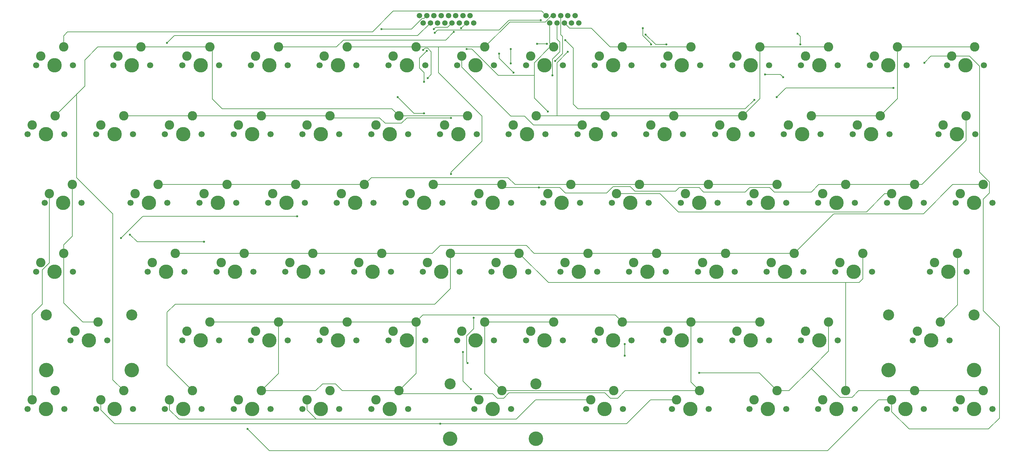
<source format=gbr>
G04 #@! TF.FileFunction,Copper,L1,Top,Signal*
%FSLAX46Y46*%
G04 Gerber Fmt 4.6, Leading zero omitted, Abs format (unit mm)*
G04 Created by KiCad (PCBNEW 4.0.6) date 08/19/17 18:46:32*
%MOMM*%
%LPD*%
G01*
G04 APERTURE LIST*
%ADD10C,0.100000*%
%ADD11C,1.500000*%
%ADD12C,1.524000*%
%ADD13C,3.980180*%
%ADD14C,2.600000*%
%ADD15C,1.699260*%
%ADD16C,3.050000*%
%ADD17C,4.000000*%
%ADD18C,0.600000*%
%ADD19C,0.140000*%
G04 APERTURE END LIST*
D10*
D11*
X189500000Y-74500000D03*
X190500000Y-76500000D03*
X191500000Y-74500000D03*
X192500000Y-76500000D03*
X193500000Y-74500000D03*
X194500000Y-76500000D03*
X195500000Y-74500000D03*
X196500000Y-76500000D03*
X197500000Y-74500000D03*
X198500000Y-76500000D03*
X199500000Y-74500000D03*
X200500000Y-76500000D03*
X201500000Y-74500000D03*
X202500000Y-76500000D03*
X203500000Y-74500000D03*
X204500000Y-76500000D03*
D12*
X224500000Y-74500000D03*
D11*
X225500000Y-76500000D03*
X226500000Y-74500000D03*
X227500000Y-76500000D03*
X228500000Y-74500000D03*
X229500000Y-76500000D03*
X230500000Y-74500000D03*
X231500000Y-76500000D03*
X232500000Y-74500000D03*
X233500000Y-76500000D03*
D13*
X88625000Y-88250000D03*
D14*
X91165000Y-83170000D03*
X84815000Y-85710000D03*
D15*
X83545000Y-88250000D03*
X93705000Y-88250000D03*
D13*
X86250000Y-107250000D03*
D14*
X88790000Y-102170000D03*
X82440000Y-104710000D03*
D15*
X81170000Y-107250000D03*
X91330000Y-107250000D03*
D13*
X91000000Y-126250000D03*
D14*
X93540000Y-121170000D03*
X87190000Y-123710000D03*
D15*
X85920000Y-126250000D03*
X96080000Y-126250000D03*
D13*
X88625000Y-145250000D03*
D14*
X91165000Y-140170000D03*
X84815000Y-142710000D03*
D15*
X83545000Y-145250000D03*
X93705000Y-145250000D03*
D13*
X98125000Y-164250000D03*
D14*
X100665000Y-159170000D03*
X94315000Y-161710000D03*
D15*
X93045000Y-164250000D03*
X103205000Y-164250000D03*
D13*
X86250000Y-183250000D03*
D14*
X88790000Y-178170000D03*
X82440000Y-180710000D03*
D15*
X81170000Y-183250000D03*
X91330000Y-183250000D03*
D13*
X110000000Y-88250000D03*
D14*
X112540000Y-83170000D03*
X106190000Y-85710000D03*
D15*
X104920000Y-88250000D03*
X115080000Y-88250000D03*
D13*
X105250000Y-107250000D03*
D14*
X107790000Y-102170000D03*
X101440000Y-104710000D03*
D15*
X100170000Y-107250000D03*
X110330000Y-107250000D03*
D13*
X114750000Y-126250000D03*
D14*
X117290000Y-121170000D03*
X110940000Y-123710000D03*
D15*
X109670000Y-126250000D03*
X119830000Y-126250000D03*
D13*
X119500000Y-145250000D03*
D14*
X122040000Y-140170000D03*
X115690000Y-142710000D03*
D15*
X114420000Y-145250000D03*
X124580000Y-145250000D03*
D13*
X129000000Y-164250000D03*
D14*
X131540000Y-159170000D03*
X125190000Y-161710000D03*
D15*
X123920000Y-164250000D03*
X134080000Y-164250000D03*
D13*
X105250000Y-183250000D03*
D14*
X107790000Y-178170000D03*
X101440000Y-180710000D03*
D15*
X100170000Y-183250000D03*
X110330000Y-183250000D03*
D13*
X129000000Y-88250000D03*
D14*
X131540000Y-83170000D03*
X125190000Y-85710000D03*
D15*
X123920000Y-88250000D03*
X134080000Y-88250000D03*
D13*
X124250000Y-107250000D03*
D14*
X126790000Y-102170000D03*
X120440000Y-104710000D03*
D15*
X119170000Y-107250000D03*
X129330000Y-107250000D03*
D13*
X133750000Y-126250000D03*
D14*
X136290000Y-121170000D03*
X129940000Y-123710000D03*
D15*
X128670000Y-126250000D03*
X138830000Y-126250000D03*
D13*
X138500000Y-145250000D03*
D14*
X141040000Y-140170000D03*
X134690000Y-142710000D03*
D15*
X133420000Y-145250000D03*
X143580000Y-145250000D03*
D13*
X148000000Y-164250000D03*
D14*
X150540000Y-159170000D03*
X144190000Y-161710000D03*
D15*
X142920000Y-164250000D03*
X153080000Y-164250000D03*
D13*
X124250000Y-183250000D03*
D14*
X126790000Y-178170000D03*
X120440000Y-180710000D03*
D15*
X119170000Y-183250000D03*
X129330000Y-183250000D03*
D13*
X148000000Y-88250000D03*
D14*
X150540000Y-83170000D03*
X144190000Y-85710000D03*
D15*
X142920000Y-88250000D03*
X153080000Y-88250000D03*
D13*
X143250000Y-107250000D03*
D14*
X145790000Y-102170000D03*
X139440000Y-104710000D03*
D15*
X138170000Y-107250000D03*
X148330000Y-107250000D03*
D13*
X152750000Y-126250000D03*
D14*
X155290000Y-121170000D03*
X148940000Y-123710000D03*
D15*
X147670000Y-126250000D03*
X157830000Y-126250000D03*
D13*
X157500000Y-145250000D03*
D14*
X160040000Y-140170000D03*
X153690000Y-142710000D03*
D15*
X152420000Y-145250000D03*
X162580000Y-145250000D03*
D13*
X167000000Y-164250000D03*
D14*
X169540000Y-159170000D03*
X163190000Y-161710000D03*
D15*
X161920000Y-164250000D03*
X172080000Y-164250000D03*
D13*
X143250000Y-183250000D03*
D14*
X145790000Y-178170000D03*
X139440000Y-180710000D03*
D15*
X138170000Y-183250000D03*
X148330000Y-183250000D03*
D13*
X167000000Y-88250000D03*
D14*
X169540000Y-83170000D03*
X163190000Y-85710000D03*
D15*
X161920000Y-88250000D03*
X172080000Y-88250000D03*
D13*
X162250000Y-107250000D03*
D14*
X164790000Y-102170000D03*
X158440000Y-104710000D03*
D15*
X157170000Y-107250000D03*
X167330000Y-107250000D03*
D13*
X171750000Y-126250000D03*
D14*
X174290000Y-121170000D03*
X167940000Y-123710000D03*
D15*
X166670000Y-126250000D03*
X176830000Y-126250000D03*
D13*
X176500000Y-145250000D03*
D14*
X179040000Y-140170000D03*
X172690000Y-142710000D03*
D15*
X171420000Y-145250000D03*
X181580000Y-145250000D03*
D13*
X186000000Y-164250000D03*
D14*
X188540000Y-159170000D03*
X182190000Y-161710000D03*
D15*
X180920000Y-164250000D03*
X191080000Y-164250000D03*
D13*
X162250000Y-183250000D03*
D14*
X164790000Y-178170000D03*
X158440000Y-180710000D03*
D15*
X157170000Y-183250000D03*
X167330000Y-183250000D03*
D13*
X186000000Y-88250000D03*
D14*
X188540000Y-83170000D03*
X182190000Y-85710000D03*
D15*
X180920000Y-88250000D03*
X191080000Y-88250000D03*
D13*
X181250000Y-107250000D03*
D14*
X183790000Y-102170000D03*
X177440000Y-104710000D03*
D15*
X176170000Y-107250000D03*
X186330000Y-107250000D03*
D13*
X190750000Y-126250000D03*
D14*
X193290000Y-121170000D03*
X186940000Y-123710000D03*
D15*
X185670000Y-126250000D03*
X195830000Y-126250000D03*
D13*
X195500000Y-145250000D03*
D14*
X198040000Y-140170000D03*
X191690000Y-142710000D03*
D15*
X190420000Y-145250000D03*
X200580000Y-145250000D03*
D13*
X205000000Y-164250000D03*
D14*
X207540000Y-159170000D03*
X201190000Y-161710000D03*
D15*
X199920000Y-164250000D03*
X210080000Y-164250000D03*
D13*
X181250000Y-183250000D03*
D14*
X183790000Y-178170000D03*
X177440000Y-180710000D03*
D15*
X176170000Y-183250000D03*
X186330000Y-183250000D03*
D13*
X205000000Y-88250000D03*
D14*
X207540000Y-83170000D03*
X201190000Y-85710000D03*
D15*
X199920000Y-88250000D03*
X210080000Y-88250000D03*
D13*
X200250000Y-107250000D03*
D14*
X202790000Y-102170000D03*
X196440000Y-104710000D03*
D15*
X195170000Y-107250000D03*
X205330000Y-107250000D03*
D13*
X209750000Y-126250000D03*
D14*
X212290000Y-121170000D03*
X205940000Y-123710000D03*
D15*
X204670000Y-126250000D03*
X214830000Y-126250000D03*
D13*
X214500000Y-145250000D03*
D14*
X217040000Y-140170000D03*
X210690000Y-142710000D03*
D15*
X209420000Y-145250000D03*
X219580000Y-145250000D03*
D13*
X224000000Y-164250000D03*
D14*
X226540000Y-159170000D03*
X220190000Y-161710000D03*
D15*
X218920000Y-164250000D03*
X229080000Y-164250000D03*
D13*
X209750000Y-183250000D03*
D14*
X212290000Y-178170000D03*
X205940000Y-180710000D03*
D15*
X204670000Y-183250000D03*
X214830000Y-183250000D03*
D13*
X224000000Y-88250000D03*
D14*
X226540000Y-83170000D03*
X220190000Y-85710000D03*
D15*
X218920000Y-88250000D03*
X229080000Y-88250000D03*
D13*
X219250000Y-107250000D03*
D14*
X221790000Y-102170000D03*
X215440000Y-104710000D03*
D15*
X214170000Y-107250000D03*
X224330000Y-107250000D03*
D13*
X228750000Y-126250000D03*
D14*
X231290000Y-121170000D03*
X224940000Y-123710000D03*
D15*
X223670000Y-126250000D03*
X233830000Y-126250000D03*
D13*
X233500000Y-145250000D03*
D14*
X236040000Y-140170000D03*
X229690000Y-142710000D03*
D15*
X228420000Y-145250000D03*
X238580000Y-145250000D03*
D13*
X243000000Y-164250000D03*
D14*
X245540000Y-159170000D03*
X239190000Y-161710000D03*
D15*
X237920000Y-164250000D03*
X248080000Y-164250000D03*
D13*
X240625000Y-183250000D03*
D14*
X243165000Y-178170000D03*
X236815000Y-180710000D03*
D15*
X235545000Y-183250000D03*
X245705000Y-183250000D03*
D13*
X243000000Y-88250000D03*
D14*
X245540000Y-83170000D03*
X239190000Y-85710000D03*
D15*
X237920000Y-88250000D03*
X248080000Y-88250000D03*
D13*
X238250000Y-107250000D03*
D14*
X240790000Y-102170000D03*
X234440000Y-104710000D03*
D15*
X233170000Y-107250000D03*
X243330000Y-107250000D03*
D13*
X247750000Y-126250000D03*
D14*
X250290000Y-121170000D03*
X243940000Y-123710000D03*
D15*
X242670000Y-126250000D03*
X252830000Y-126250000D03*
D13*
X252500000Y-145250000D03*
D14*
X255040000Y-140170000D03*
X248690000Y-142710000D03*
D15*
X247420000Y-145250000D03*
X257580000Y-145250000D03*
D13*
X262000000Y-164250000D03*
D14*
X264540000Y-159170000D03*
X258190000Y-161710000D03*
D15*
X256920000Y-164250000D03*
X267080000Y-164250000D03*
D13*
X264375000Y-183250000D03*
D14*
X266915000Y-178170000D03*
X260565000Y-180710000D03*
D15*
X259295000Y-183250000D03*
X269455000Y-183250000D03*
D13*
X262000000Y-88250000D03*
D14*
X264540000Y-83170000D03*
X258190000Y-85710000D03*
D15*
X256920000Y-88250000D03*
X267080000Y-88250000D03*
D13*
X257250000Y-107250000D03*
D14*
X259790000Y-102170000D03*
X253440000Y-104710000D03*
D15*
X252170000Y-107250000D03*
X262330000Y-107250000D03*
D13*
X266750000Y-126250000D03*
D14*
X269290000Y-121170000D03*
X262940000Y-123710000D03*
D15*
X261670000Y-126250000D03*
X271830000Y-126250000D03*
D13*
X271500000Y-145250000D03*
D14*
X274040000Y-140170000D03*
X267690000Y-142710000D03*
D15*
X266420000Y-145250000D03*
X276580000Y-145250000D03*
D13*
X281000000Y-164250000D03*
D14*
X283540000Y-159170000D03*
X277190000Y-161710000D03*
D15*
X275920000Y-164250000D03*
X286080000Y-164250000D03*
D13*
X285750000Y-183250000D03*
D14*
X288290000Y-178170000D03*
X281940000Y-180710000D03*
D15*
X280670000Y-183250000D03*
X290830000Y-183250000D03*
D13*
X281000000Y-88250000D03*
D14*
X283540000Y-83170000D03*
X277190000Y-85710000D03*
D15*
X275920000Y-88250000D03*
X286080000Y-88250000D03*
D13*
X276250000Y-107250000D03*
D14*
X278790000Y-102170000D03*
X272440000Y-104710000D03*
D15*
X271170000Y-107250000D03*
X281330000Y-107250000D03*
D13*
X285750000Y-126250000D03*
D14*
X288290000Y-121170000D03*
X281940000Y-123710000D03*
D15*
X280670000Y-126250000D03*
X290830000Y-126250000D03*
D13*
X290500000Y-145250000D03*
D14*
X293040000Y-140170000D03*
X286690000Y-142710000D03*
D15*
X285420000Y-145250000D03*
X295580000Y-145250000D03*
D13*
X300000000Y-164250000D03*
D14*
X302540000Y-159170000D03*
X296190000Y-161710000D03*
D15*
X294920000Y-164250000D03*
X305080000Y-164250000D03*
D13*
X323750000Y-183250000D03*
D14*
X326290000Y-178170000D03*
X319940000Y-180710000D03*
D15*
X318670000Y-183250000D03*
X328830000Y-183250000D03*
D13*
X300000000Y-88250000D03*
D14*
X302540000Y-83170000D03*
X296190000Y-85710000D03*
D15*
X294920000Y-88250000D03*
X305080000Y-88250000D03*
D13*
X295250000Y-107250000D03*
D14*
X297790000Y-102170000D03*
X291440000Y-104710000D03*
D15*
X290170000Y-107250000D03*
X300330000Y-107250000D03*
D13*
X304750000Y-126250000D03*
D14*
X307290000Y-121170000D03*
X300940000Y-123710000D03*
D15*
X299670000Y-126250000D03*
X309830000Y-126250000D03*
D13*
X309500000Y-145250000D03*
D14*
X312040000Y-140170000D03*
X305690000Y-142710000D03*
D15*
X304420000Y-145250000D03*
X314580000Y-145250000D03*
D13*
X330875000Y-164250000D03*
D14*
X333415000Y-159170000D03*
X327065000Y-161710000D03*
D15*
X325795000Y-164250000D03*
X335955000Y-164250000D03*
D13*
X304750000Y-183250000D03*
D14*
X307290000Y-178170000D03*
X300940000Y-180710000D03*
D15*
X299670000Y-183250000D03*
X309830000Y-183250000D03*
D13*
X319000000Y-88250000D03*
D14*
X321540000Y-83170000D03*
X315190000Y-85710000D03*
D15*
X313920000Y-88250000D03*
X324080000Y-88250000D03*
D13*
X314250000Y-107250000D03*
D14*
X316790000Y-102170000D03*
X310440000Y-104710000D03*
D15*
X309170000Y-107250000D03*
X319330000Y-107250000D03*
D13*
X323750000Y-126250000D03*
D14*
X326290000Y-121170000D03*
X319940000Y-123710000D03*
D15*
X318670000Y-126250000D03*
X328830000Y-126250000D03*
D13*
X335625000Y-145250000D03*
D14*
X338165000Y-140170000D03*
X331815000Y-142710000D03*
D15*
X330545000Y-145250000D03*
X340705000Y-145250000D03*
D13*
X342750000Y-183250000D03*
D14*
X345290000Y-178170000D03*
X338940000Y-180710000D03*
D15*
X337670000Y-183250000D03*
X347830000Y-183250000D03*
D13*
X340375000Y-88250000D03*
D14*
X342915000Y-83170000D03*
X336565000Y-85710000D03*
D15*
X335295000Y-88250000D03*
X345455000Y-88250000D03*
D13*
X338000000Y-107250000D03*
D14*
X340540000Y-102170000D03*
X334190000Y-104710000D03*
D15*
X332920000Y-107250000D03*
X343080000Y-107250000D03*
D13*
X342750000Y-126250000D03*
D14*
X345290000Y-121170000D03*
X338940000Y-123710000D03*
D15*
X337670000Y-126250000D03*
X347830000Y-126250000D03*
D16*
X86325000Y-157250000D03*
X110025000Y-157250000D03*
D17*
X110025000Y-172450000D03*
X86325000Y-172450000D03*
D16*
X319075000Y-157250000D03*
X342775000Y-157250000D03*
D17*
X342775000Y-172450000D03*
X319075000Y-172450000D03*
D16*
X197950000Y-176250000D03*
X221650000Y-176250000D03*
D17*
X221650000Y-191450000D03*
X197950000Y-191450000D03*
D18*
X285000000Y-90750000D03*
X290000000Y-91500000D03*
X203750000Y-177750000D03*
X201500000Y-167500000D03*
X190750000Y-101500000D03*
X183500000Y-97000000D03*
X257750000Y-82500000D03*
X252000000Y-79750000D03*
X223000000Y-75750000D03*
X193750000Y-79250000D03*
X179000000Y-78250000D03*
X119750000Y-82000000D03*
X130000000Y-137000000D03*
X109500000Y-135000000D03*
X191500000Y-84250000D03*
X190750000Y-92750000D03*
X107000000Y-136000000D03*
X155750000Y-130000000D03*
X195250000Y-187250000D03*
X193500000Y-78250000D03*
X190500000Y-84000000D03*
X191750000Y-91750000D03*
X204500000Y-158000000D03*
X202750000Y-170500000D03*
X294750000Y-82500000D03*
X294000000Y-79500000D03*
X246250000Y-168500000D03*
X246250000Y-165250000D03*
X215500000Y-90250000D03*
X211500000Y-85000000D03*
X201000000Y-78000000D03*
X253500000Y-82500000D03*
X251250000Y-78000000D03*
X142000000Y-188750000D03*
X329000000Y-87500000D03*
X320500000Y-94500000D03*
X288250000Y-97000000D03*
X282000000Y-97750000D03*
X229750000Y-81250000D03*
X224750000Y-82250000D03*
X222000000Y-82250000D03*
X202500000Y-83750000D03*
X199000000Y-79000000D03*
X222500000Y-122000000D03*
X225000000Y-101000000D03*
X198250000Y-118250000D03*
X226250000Y-91000000D03*
X227000000Y-87000000D03*
X214750000Y-87750000D03*
X214750000Y-83750000D03*
X198250000Y-102750000D03*
X230500000Y-84500000D03*
X266750000Y-173250000D03*
D19*
X289250000Y-90750000D02*
X285000000Y-90750000D01*
X290000000Y-91500000D02*
X289250000Y-90750000D01*
X201500000Y-175500000D02*
X203750000Y-177750000D01*
X201500000Y-167500000D02*
X201500000Y-175500000D01*
X188000000Y-101500000D02*
X190750000Y-101500000D01*
X183500000Y-97000000D02*
X188000000Y-101500000D01*
X254750000Y-82500000D02*
X257750000Y-82500000D01*
X252000000Y-79750000D02*
X254750000Y-82500000D01*
X214250000Y-75750000D02*
X223000000Y-75750000D01*
X211500000Y-78500000D02*
X214250000Y-75750000D01*
X194500000Y-78500000D02*
X211500000Y-78500000D01*
X193750000Y-79250000D02*
X194500000Y-78500000D01*
X191500000Y-74500000D02*
X190750000Y-75250000D01*
X187250000Y-78250000D02*
X179000000Y-78250000D01*
X190250000Y-75250000D02*
X187250000Y-78250000D01*
X190750000Y-75250000D02*
X190250000Y-75250000D01*
X192500000Y-76500000D02*
X189000000Y-80000000D01*
X121750000Y-80000000D02*
X119750000Y-82000000D01*
X189000000Y-80000000D02*
X121750000Y-80000000D01*
X111500000Y-137000000D02*
X130000000Y-137000000D01*
X109500000Y-135000000D02*
X111500000Y-137000000D01*
X87190000Y-123710000D02*
X87190000Y-142810000D01*
X82440000Y-157060000D02*
X82440000Y-180710000D01*
X85250000Y-154250000D02*
X82440000Y-157060000D01*
X85250000Y-144750000D02*
X85250000Y-154250000D01*
X87190000Y-142810000D02*
X85250000Y-144750000D01*
X189500000Y-86250000D02*
X191500000Y-84250000D01*
X189500000Y-89000000D02*
X189500000Y-86250000D01*
X190750000Y-90250000D02*
X189500000Y-89000000D01*
X190750000Y-92750000D02*
X190750000Y-90250000D01*
X113000000Y-130000000D02*
X107000000Y-136000000D01*
X155750000Y-130000000D02*
X113000000Y-130000000D01*
X243940000Y-123710000D02*
X255960000Y-123710000D01*
X318040000Y-123710000D02*
X319940000Y-123710000D01*
X313000000Y-128750000D02*
X318040000Y-123710000D01*
X261000000Y-128750000D02*
X313000000Y-128750000D01*
X255960000Y-123710000D02*
X261000000Y-128750000D01*
X201190000Y-85710000D02*
X201190000Y-88690000D01*
X220960000Y-104710000D02*
X234440000Y-104710000D01*
X218500000Y-102250000D02*
X220960000Y-104710000D01*
X214750000Y-102250000D02*
X218500000Y-102250000D01*
X201190000Y-88690000D02*
X214750000Y-102250000D01*
X198500000Y-76500000D02*
X197250000Y-77750000D01*
X194000000Y-77750000D02*
X197250000Y-77750000D01*
X193500000Y-78250000D02*
X194000000Y-77750000D01*
X191000000Y-83500000D02*
X190500000Y-84000000D01*
X191750000Y-83500000D02*
X191000000Y-83500000D01*
X192750000Y-84500000D02*
X191750000Y-83500000D01*
X192750000Y-90750000D02*
X192750000Y-84500000D01*
X191750000Y-91750000D02*
X192750000Y-90750000D01*
X204500000Y-161000000D02*
X204500000Y-158000000D01*
X202500000Y-163000000D02*
X204500000Y-161000000D01*
X202500000Y-170250000D02*
X202500000Y-163000000D01*
X202750000Y-170500000D02*
X202500000Y-170250000D01*
X260565000Y-180710000D02*
X253290000Y-180710000D01*
X101440000Y-183440000D02*
X101440000Y-180710000D01*
X105250000Y-187250000D02*
X101440000Y-183440000D01*
X246750000Y-187250000D02*
X195250000Y-187250000D01*
X195250000Y-187250000D02*
X105250000Y-187250000D01*
X253290000Y-180710000D02*
X246750000Y-187250000D01*
X294750000Y-80250000D02*
X294750000Y-82500000D01*
X294000000Y-79500000D02*
X294750000Y-80250000D01*
X161000000Y-186000000D02*
X123000000Y-186000000D01*
X120440000Y-183440000D02*
X120440000Y-180710000D01*
X123000000Y-186000000D02*
X120440000Y-183440000D01*
X236815000Y-180710000D02*
X221540000Y-180710000D01*
X221540000Y-180710000D02*
X216250000Y-186000000D01*
X216250000Y-186000000D02*
X161000000Y-186000000D01*
X158440000Y-183440000D02*
X158440000Y-180710000D01*
X161000000Y-186000000D02*
X158440000Y-183440000D01*
X202500000Y-76500000D02*
X201000000Y-78000000D01*
X246250000Y-165250000D02*
X246250000Y-168500000D01*
X211500000Y-86250000D02*
X215500000Y-90250000D01*
X211500000Y-85000000D02*
X211500000Y-86250000D01*
X253500000Y-82250000D02*
X253500000Y-82500000D01*
X251250000Y-80000000D02*
X253500000Y-82250000D01*
X251250000Y-78000000D02*
X251250000Y-80000000D01*
X319940000Y-180710000D02*
X316290000Y-180710000D01*
X148000000Y-194750000D02*
X142000000Y-188750000D01*
X302250000Y-194750000D02*
X148000000Y-194750000D01*
X316290000Y-180710000D02*
X302250000Y-194750000D01*
X330790000Y-85710000D02*
X336565000Y-85710000D01*
X329000000Y-87500000D02*
X330790000Y-85710000D01*
X290750000Y-94500000D02*
X320500000Y-94500000D01*
X288250000Y-97000000D02*
X290750000Y-94500000D01*
X279500000Y-100250000D02*
X282000000Y-97750000D01*
X233250000Y-100250000D02*
X279500000Y-100250000D01*
X232000000Y-99000000D02*
X233250000Y-100250000D01*
X232000000Y-83500000D02*
X232000000Y-99000000D01*
X229750000Y-81250000D02*
X232000000Y-83500000D01*
X222000000Y-82250000D02*
X224750000Y-82250000D01*
X336565000Y-85710000D02*
X341460000Y-85710000D01*
X319940000Y-183940000D02*
X319940000Y-180710000D01*
X324750000Y-188750000D02*
X319940000Y-183940000D01*
X346750000Y-188750000D02*
X324750000Y-188750000D01*
X349750000Y-185750000D02*
X346750000Y-188750000D01*
X349750000Y-160500000D02*
X349750000Y-185750000D01*
X345250000Y-156000000D02*
X349750000Y-160500000D01*
X345250000Y-125250000D02*
X345250000Y-156000000D01*
X347000000Y-123500000D02*
X345250000Y-125250000D01*
X347000000Y-120500000D02*
X347000000Y-123500000D01*
X344250000Y-117750000D02*
X347000000Y-120500000D01*
X344250000Y-88500000D02*
X344250000Y-117750000D01*
X341460000Y-85710000D02*
X344250000Y-88500000D01*
X182250000Y-73250000D02*
X223250000Y-73250000D01*
X176500000Y-79000000D02*
X182250000Y-73250000D01*
X91165000Y-83170000D02*
X91165000Y-80085000D01*
X91165000Y-80085000D02*
X92250000Y-79000000D01*
X92250000Y-79000000D02*
X176500000Y-79000000D01*
X223250000Y-73250000D02*
X224500000Y-74500000D01*
X199000000Y-79000000D02*
X196750000Y-81250000D01*
X211250000Y-91000000D02*
X204000000Y-83750000D01*
X204000000Y-83750000D02*
X202500000Y-83750000D01*
X221250000Y-91000000D02*
X211250000Y-91000000D01*
X196750000Y-81250000D02*
X168500000Y-81250000D01*
X168500000Y-81250000D02*
X166580000Y-83170000D01*
X166580000Y-83170000D02*
X150540000Y-83170000D01*
X226540000Y-83170000D02*
X225580000Y-83170000D01*
X225580000Y-83170000D02*
X221250000Y-87500000D01*
X221250000Y-97250000D02*
X225000000Y-101000000D01*
X221250000Y-87500000D02*
X221250000Y-91000000D01*
X221250000Y-91000000D02*
X221250000Y-97250000D01*
X212290000Y-121170000D02*
X213120000Y-122000000D01*
X213120000Y-122000000D02*
X222500000Y-122000000D01*
X222500000Y-122000000D02*
X228250000Y-122000000D01*
X299830000Y-121170000D02*
X307290000Y-121170000D01*
X297750000Y-123250000D02*
X299830000Y-121170000D01*
X287500000Y-123250000D02*
X297750000Y-123250000D01*
X286250000Y-122000000D02*
X287500000Y-123250000D01*
X280750000Y-122000000D02*
X286250000Y-122000000D01*
X279500000Y-123250000D02*
X280750000Y-122000000D01*
X268000000Y-123250000D02*
X279500000Y-123250000D01*
X266750000Y-122000000D02*
X268000000Y-123250000D01*
X261250000Y-122000000D02*
X266750000Y-122000000D01*
X260250000Y-123000000D02*
X261250000Y-122000000D01*
X249000000Y-123000000D02*
X260250000Y-123000000D01*
X247750000Y-121750000D02*
X249000000Y-123000000D01*
X243000000Y-121750000D02*
X247750000Y-121750000D01*
X241250000Y-123500000D02*
X243000000Y-121750000D01*
X229750000Y-123500000D02*
X241250000Y-123500000D01*
X228250000Y-122000000D02*
X229750000Y-123500000D01*
X93540000Y-121170000D02*
X93540000Y-135460000D01*
X91165000Y-137835000D02*
X91165000Y-140170000D01*
X93540000Y-135460000D02*
X91165000Y-137835000D01*
X100665000Y-159170000D02*
X96420000Y-159170000D01*
X91165000Y-153915000D02*
X91165000Y-140170000D01*
X96420000Y-159170000D02*
X91165000Y-153915000D01*
X225500000Y-76500000D02*
X225500000Y-82130000D01*
X225500000Y-82130000D02*
X226540000Y-83170000D01*
X340500000Y-102210000D02*
X340500000Y-109000000D01*
X328330000Y-121170000D02*
X340500000Y-109000000D01*
X328330000Y-121170000D02*
X326290000Y-121170000D01*
X340500000Y-102210000D02*
X340540000Y-102170000D01*
X307290000Y-121170000D02*
X326290000Y-121170000D01*
X193290000Y-121170000D02*
X212290000Y-121170000D01*
X307290000Y-178170000D02*
X307290000Y-148250000D01*
X307290000Y-148250000D02*
X307250000Y-148250000D01*
X217040000Y-140170000D02*
X225120000Y-148250000D01*
X312040000Y-147210000D02*
X312040000Y-140170000D01*
X311000000Y-148250000D02*
X312040000Y-147210000D01*
X304250000Y-148250000D02*
X307250000Y-148250000D01*
X307250000Y-148250000D02*
X311000000Y-148250000D01*
X225120000Y-148250000D02*
X304250000Y-148250000D01*
X198040000Y-140170000D02*
X198040000Y-149960000D01*
X119750000Y-171130000D02*
X126790000Y-178170000D01*
X119750000Y-156500000D02*
X119750000Y-171130000D01*
X122000000Y-154250000D02*
X119750000Y-156500000D01*
X193750000Y-154250000D02*
X122000000Y-154250000D01*
X198040000Y-149960000D02*
X193750000Y-154250000D01*
X194750000Y-83170000D02*
X194750000Y-90250000D01*
X198250000Y-117750000D02*
X198250000Y-118250000D01*
X206750000Y-109250000D02*
X198250000Y-117750000D01*
X206750000Y-102250000D02*
X206750000Y-109250000D01*
X194750000Y-90250000D02*
X206750000Y-102250000D01*
X198040000Y-140170000D02*
X217040000Y-140170000D01*
X226500000Y-74500000D02*
X226000000Y-74500000D01*
X226000000Y-74500000D02*
X224250000Y-76250000D01*
X224250000Y-76250000D02*
X214460000Y-76250000D01*
X214460000Y-76250000D02*
X207540000Y-83170000D01*
X207540000Y-83170000D02*
X194750000Y-83170000D01*
X194750000Y-83170000D02*
X188540000Y-83170000D01*
X188540000Y-83170000D02*
X169540000Y-83170000D01*
X236040000Y-140170000D02*
X221170000Y-140170000D01*
X193080000Y-140170000D02*
X179040000Y-140170000D01*
X195250000Y-138000000D02*
X193080000Y-140170000D01*
X219000000Y-138000000D02*
X195250000Y-138000000D01*
X221170000Y-140170000D02*
X219000000Y-138000000D01*
X293040000Y-140170000D02*
X303960000Y-129250000D01*
X336830000Y-121170000D02*
X345290000Y-121170000D01*
X328750000Y-129250000D02*
X336830000Y-121170000D01*
X303960000Y-129250000D02*
X328750000Y-129250000D01*
X227500000Y-76500000D02*
X227500000Y-81000000D01*
X226250000Y-86500000D02*
X226250000Y-91000000D01*
X228250000Y-84500000D02*
X226250000Y-86500000D01*
X228250000Y-81750000D02*
X228250000Y-84500000D01*
X227500000Y-81000000D02*
X228250000Y-81750000D01*
X179040000Y-140170000D02*
X160040000Y-140170000D01*
X160040000Y-140170000D02*
X141040000Y-140170000D01*
X141040000Y-140170000D02*
X122040000Y-140170000D01*
X236040000Y-140170000D02*
X255040000Y-140170000D01*
X255040000Y-140170000D02*
X274040000Y-140170000D01*
X274040000Y-140170000D02*
X293040000Y-140170000D01*
X228500000Y-74500000D02*
X228500000Y-79750000D01*
X229000000Y-85000000D02*
X227000000Y-87000000D01*
X229000000Y-80250000D02*
X229000000Y-85000000D01*
X228500000Y-79750000D02*
X229000000Y-80250000D01*
X231290000Y-121170000D02*
X215920000Y-121170000D01*
X176210000Y-119250000D02*
X174290000Y-121170000D01*
X214000000Y-119250000D02*
X176210000Y-119250000D01*
X215920000Y-121170000D02*
X214000000Y-119250000D01*
X174290000Y-121170000D02*
X155290000Y-121170000D01*
X155290000Y-121170000D02*
X136290000Y-121170000D01*
X136290000Y-121170000D02*
X117290000Y-121170000D01*
X231290000Y-121170000D02*
X250290000Y-121170000D01*
X250290000Y-121170000D02*
X269290000Y-121170000D01*
X269290000Y-121170000D02*
X288290000Y-121170000D01*
X95230000Y-95730000D02*
X94750000Y-96210000D01*
X104750000Y-175130000D02*
X107790000Y-178170000D01*
X104750000Y-129250000D02*
X104750000Y-175130000D01*
X94750000Y-119250000D02*
X104750000Y-129250000D01*
X94750000Y-96210000D02*
X94750000Y-119250000D01*
X183790000Y-102170000D02*
X181870000Y-100250000D01*
X132250000Y-97500000D02*
X132250000Y-83880000D01*
X135000000Y-100250000D02*
X132250000Y-97500000D01*
X181870000Y-100250000D02*
X135000000Y-100250000D01*
X132250000Y-83880000D02*
X131540000Y-83170000D01*
X214750000Y-83750000D02*
X214750000Y-87750000D01*
X112540000Y-83170000D02*
X100580000Y-83170000D01*
X97000000Y-93960000D02*
X95230000Y-95730000D01*
X95230000Y-95730000D02*
X88790000Y-102170000D01*
X97000000Y-86750000D02*
X97000000Y-93960000D01*
X100580000Y-83170000D02*
X97000000Y-86750000D01*
X131540000Y-83170000D02*
X112540000Y-83170000D01*
X202790000Y-102170000D02*
X183790000Y-102170000D01*
X321540000Y-83170000D02*
X342915000Y-83170000D01*
X321540000Y-83170000D02*
X321540000Y-97420000D01*
X321540000Y-97420000D02*
X316790000Y-102170000D01*
X297790000Y-102170000D02*
X316790000Y-102170000D01*
X245540000Y-83170000D02*
X264540000Y-83170000D01*
X229500000Y-76500000D02*
X231000000Y-78000000D01*
X242170000Y-83170000D02*
X245540000Y-83170000D01*
X237000000Y-78000000D02*
X242170000Y-83170000D01*
X231000000Y-78000000D02*
X237000000Y-78000000D01*
X178500000Y-102750000D02*
X165370000Y-102750000D01*
X180000000Y-104250000D02*
X178500000Y-102750000D01*
X184500000Y-104250000D02*
X180000000Y-104250000D01*
X186000000Y-102750000D02*
X184500000Y-104250000D01*
X198250000Y-102750000D02*
X186000000Y-102750000D01*
X165370000Y-102750000D02*
X164790000Y-102170000D01*
X227500000Y-102170000D02*
X227500000Y-100250000D01*
X227500000Y-87500000D02*
X227500000Y-100250000D01*
X230500000Y-84500000D02*
X227500000Y-87500000D01*
X164790000Y-102170000D02*
X145790000Y-102170000D01*
X145790000Y-102170000D02*
X126790000Y-102170000D01*
X126790000Y-102170000D02*
X107790000Y-102170000D01*
X221790000Y-102170000D02*
X227500000Y-102170000D01*
X227500000Y-102170000D02*
X240790000Y-102170000D01*
X240790000Y-102170000D02*
X259790000Y-102170000D01*
X259790000Y-102170000D02*
X278790000Y-102170000D01*
X278790000Y-102170000D02*
X283540000Y-97420000D01*
X283540000Y-97420000D02*
X283540000Y-83170000D01*
X283540000Y-83170000D02*
X302540000Y-83170000D01*
X266915000Y-178170000D02*
X246330000Y-178170000D01*
X209750000Y-179000000D02*
X184620000Y-179000000D01*
X211000000Y-180250000D02*
X209750000Y-179000000D01*
X212750000Y-180250000D02*
X211000000Y-180250000D01*
X214250000Y-178750000D02*
X212750000Y-180250000D01*
X240750000Y-178750000D02*
X214250000Y-178750000D01*
X242250000Y-180250000D02*
X240750000Y-178750000D01*
X244250000Y-180250000D02*
X242250000Y-180250000D01*
X246330000Y-178170000D02*
X244250000Y-180250000D01*
X184620000Y-179000000D02*
X183790000Y-178170000D01*
X183790000Y-178170000D02*
X168170000Y-178170000D01*
X160830000Y-178170000D02*
X145790000Y-178170000D01*
X162750000Y-176250000D02*
X160830000Y-178170000D01*
X166250000Y-176250000D02*
X162750000Y-176250000D01*
X168170000Y-178170000D02*
X166250000Y-176250000D01*
X188540000Y-159170000D02*
X190460000Y-157250000D01*
X243620000Y-157250000D02*
X245540000Y-159170000D01*
X190460000Y-157250000D02*
X243620000Y-157250000D01*
X150540000Y-159170000D02*
X150540000Y-173420000D01*
X150540000Y-173420000D02*
X145790000Y-178170000D01*
X188540000Y-159170000D02*
X188540000Y-173420000D01*
X188540000Y-173420000D02*
X183790000Y-178170000D01*
X188540000Y-159170000D02*
X169540000Y-159170000D01*
X169540000Y-159170000D02*
X150540000Y-159170000D01*
X150540000Y-159170000D02*
X131540000Y-159170000D01*
X338165000Y-140170000D02*
X338165000Y-154420000D01*
X338165000Y-154420000D02*
X333415000Y-159170000D01*
X264540000Y-159170000D02*
X264540000Y-175795000D01*
X264540000Y-175795000D02*
X266915000Y-178170000D01*
X245540000Y-159170000D02*
X264540000Y-159170000D01*
X264540000Y-159170000D02*
X283540000Y-159170000D01*
X288290000Y-178170000D02*
X283370000Y-173250000D01*
X283370000Y-173250000D02*
X266750000Y-173250000D01*
X326290000Y-178170000D02*
X310830000Y-178170000D01*
X305750000Y-180000000D02*
X297750000Y-172000000D01*
X309000000Y-180000000D02*
X305750000Y-180000000D01*
X310830000Y-178170000D02*
X309000000Y-180000000D01*
X326290000Y-178170000D02*
X345290000Y-178170000D01*
X302540000Y-159170000D02*
X302540000Y-167210000D01*
X302540000Y-167210000D02*
X297750000Y-172000000D01*
X291580000Y-178170000D02*
X288290000Y-178170000D01*
X297750000Y-172000000D02*
X291580000Y-178170000D01*
X212290000Y-178170000D02*
X243165000Y-178170000D01*
X207540000Y-159170000D02*
X207540000Y-173420000D01*
X207540000Y-173420000D02*
X212290000Y-178170000D01*
X226540000Y-159170000D02*
X207540000Y-159170000D01*
M02*

</source>
